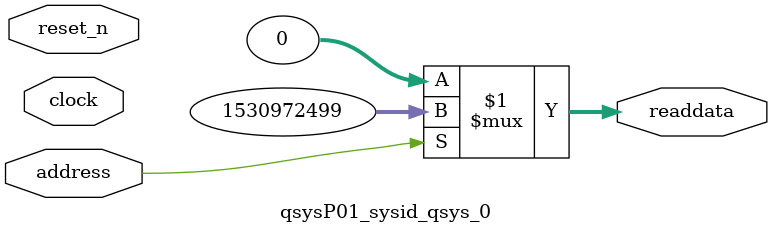
<source format=v>

`timescale 1ns / 1ps
// synthesis translate_on

// turn off superfluous verilog processor warnings 
// altera message_level Level1 
// altera message_off 10034 10035 10036 10037 10230 10240 10030 

module qsysP01_sysid_qsys_0 (
               // inputs:
                address,
                clock,
                reset_n,

               // outputs:
                readdata
             )
;

  output  [ 31: 0] readdata;
  input            address;
  input            clock;
  input            reset_n;

  wire    [ 31: 0] readdata;
  //control_slave, which is an e_avalon_slave
  assign readdata = address ? 1530972499 : 0;

endmodule




</source>
